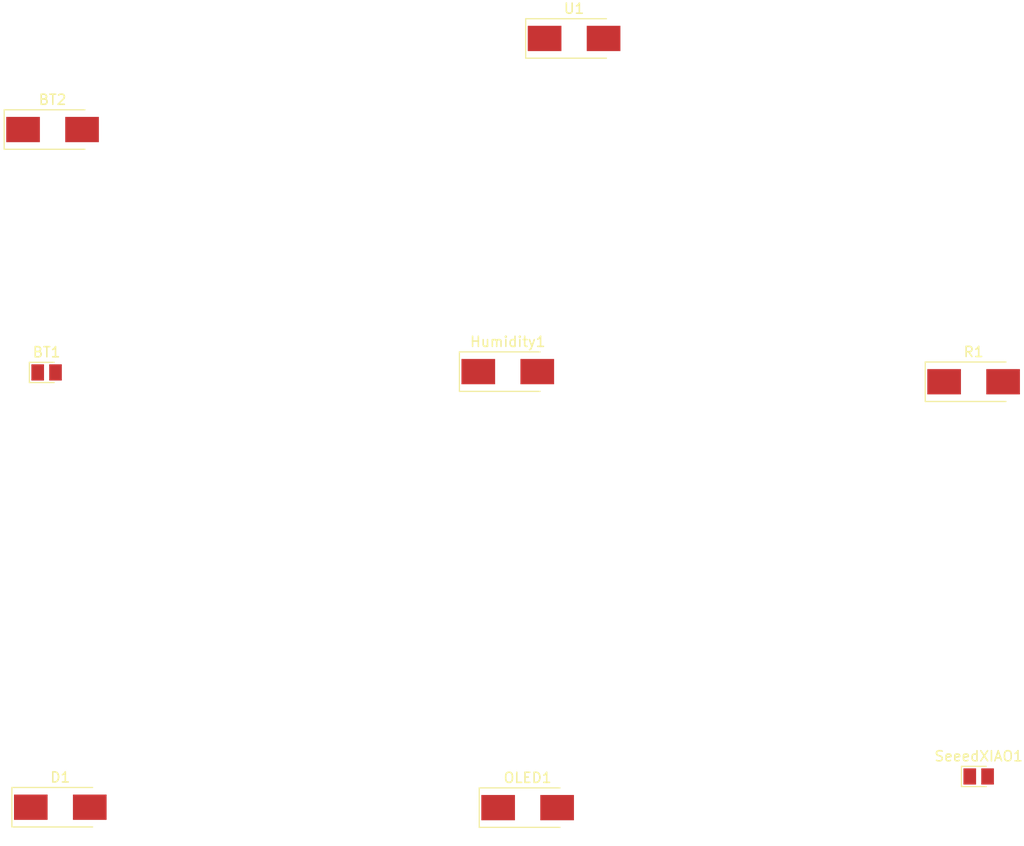
<source format=kicad_pcb>
(kicad_pcb (version 20240108) (generator "pcbnew") (generator_version "8.0")
  (layers (0 "F.Cu" signal) (31 "B.Cu" signal) (34 "B.Paste" user) (35 "F.Paste" user) (36 "B.SilkS" user "B.Silkscreen") (37 "F.SilkS" user "F.Silkscreen") (38 "B.Mask" user) (39 "F.Mask" user) (44 "Edge.Cuts" user))
  (net 0 "")
  (net 1 "Net-(BT1--)")
  (net 2 "Net-(BT1-+)")
  (net 3 "Net-(D1-A)")
  (net 4 "Net-(D1-K)")
  (net 5 "Net-(BT2--)")
  (net 6 "Net-(BT2-+)")
  (footprint "Crystal:Crystal_SMD_0603-2Pin_6.0x3.5mm_HandSoldering" (layer "F.Cu") (at 80.5875 41.5)
    (property "Reference" "BT2" (at 0 -2.95 0) (layer "F.SilkS"))
    (property "Value" "Battery_Cell")
    (fp_line (start -4.775 -1.95) (end -4.775 1.95) (stroke (width 0.12)) (layer "F.SilkS"))
    (fp_line (start -4.775 1.95) (end 3.2 1.95) (stroke (width 0.12)) (layer "F.SilkS"))
    (fp_line (start 3.2 -1.95) (end -4.775 -1.95) (stroke (width 0.12)) (layer "F.SilkS"))
    (pad "1" smd rect (at -2.9125 0) (size 3.325 2.5) (layers "F.Cu" "F.Paste" "F.Mask") (net 6 "Net-(BT2-+)"))
    (pad "2" smd rect (at 2.9125 0) (size 3.325 2.5) (layers "F.Cu" "F.Paste" "F.Mask") (net 5 "Net-(BT2--)"))
  )
  (footprint "LED_SMD:LED_Cree-XQ_HandSoldering" (layer "F.Cu") (at 172.04 105.42)
    (property "Reference" "SeeedXIAO1" (at 0 -2 0) (layer "F.SilkS"))
    (property "Value" "~")
    (fp_line (start -1.7 -1) (end -1.7 1) (stroke (width 0.12)) (layer "F.SilkS"))
    (fp_line (start 0.75 -1) (end -1.7 -1) (stroke (width 0.12)) (layer "F.SilkS"))
    (fp_line (start 0.75 1) (end -1.7 1) (stroke (width 0.12)) (layer "F.SilkS"))
    (pad "1" smd rect (at -0.88 0) (size 1.25 1.6) (layers "F.Cu" "F.Paste" "F.Mask"))
    (pad "2" smd rect (at 0.88 0) (size 1.25 1.6) (layers "F.Cu" "F.Paste" "F.Mask"))
  )
  (footprint "Crystal:Crystal_SMD_0603-2Pin_6.0x3.5mm_HandSoldering" (layer "F.Cu") (at 171.54 66.42)
    (property "Reference" "R1" (at 0 -2.95 0) (layer "F.SilkS"))
    (property "Value" "R")
    (fp_line (start -4.775 -1.95) (end -4.775 1.95) (stroke (width 0.12)) (layer "F.SilkS"))
    (fp_line (start -4.775 1.95) (end 3.2 1.95) (stroke (width 0.12)) (layer "F.SilkS"))
    (fp_line (start 3.2 -1.95) (end -4.775 -1.95) (stroke (width 0.12)) (layer "F.SilkS"))
    (pad "1" smd rect (at -2.9125 0) (size 3.325 2.5) (layers "F.Cu" "F.Paste" "F.Mask") (net 4 "Net-(D1-K)"))
    (pad "2" smd rect (at 2.9125 0) (size 3.325 2.5) (layers "F.Cu" "F.Paste" "F.Mask") (net 5 "Net-(BT2--)"))
  )
  (footprint "Crystal:Crystal_SMD_0603-2Pin_6.0x3.5mm_HandSoldering" (layer "F.Cu") (at 125.54 65.42)
    (property "Reference" "Humidity1" (at 0 -2.95 0) (layer "F.SilkS"))
    (property "Value" "~")
    (fp_line (start -4.775 -1.95) (end -4.775 1.95) (stroke (width 0.12)) (layer "F.SilkS"))
    (fp_line (start -4.775 1.95) (end 3.2 1.95) (stroke (width 0.12)) (layer "F.SilkS"))
    (fp_line (start 3.2 -1.95) (end -4.775 -1.95) (stroke (width 0.12)) (layer "F.SilkS"))
    (pad "1" smd rect (at -2.9125 0) (size 3.325 2.5) (layers "F.Cu" "F.Paste" "F.Mask"))
    (pad "2" smd rect (at 2.9125 0) (size 3.325 2.5) (layers "F.Cu" "F.Paste" "F.Mask"))
  )
  (footprint "Crystal:Crystal_SMD_0603-2Pin_6.0x3.5mm_HandSoldering" (layer "F.Cu") (at 132.0875 32.5)
    (property "Reference" "U1" (at 0 -2.95 0) (layer "F.SilkS"))
    (property "Value" "MOUDLE-SEEEDUINO-XIAO-ESP32C3")
    (fp_line (start -4.775 -1.95) (end -4.775 1.95) (stroke (width 0.12)) (layer "F.SilkS"))
    (fp_line (start -4.775 1.95) (end 3.2 1.95) (stroke (width 0.12)) (layer "F.SilkS"))
    (fp_line (start 3.2 -1.95) (end -4.775 -1.95) (stroke (width 0.12)) (layer "F.SilkS"))
    (pad "1" smd rect (at -2.9125 0) (size 3.325 2.5) (layers "F.Cu" "F.Paste" "F.Mask") (net 3 "Net-(D1-A)"))
    (pad "2" smd rect (at 2.9125 0) (size 3.325 2.5) (layers "F.Cu" "F.Paste" "F.Mask"))
  )
  (footprint "Crystal:Crystal_SMD_0603-2Pin_6.0x3.5mm_HandSoldering" (layer "F.Cu") (at 81.35 108.46)
    (property "Reference" "D1" (at 0 -2.95 0) (layer "F.SilkS"))
    (property "Value" "LED")
    (fp_line (start -4.775 -1.95) (end -4.775 1.95) (stroke (width 0.12)) (layer "F.SilkS"))
    (fp_line (start -4.775 1.95) (end 3.2 1.95) (stroke (width 0.12)) (layer "F.SilkS"))
    (fp_line (start 3.2 -1.95) (end -4.775 -1.95) (stroke (width 0.12)) (layer "F.SilkS"))
    (pad "1" smd rect (at -2.9125 0) (size 3.325 2.5) (layers "F.Cu" "F.Paste" "F.Mask") (net 4 "Net-(D1-K)"))
    (pad "2" smd rect (at 2.9125 0) (size 3.325 2.5) (layers "F.Cu" "F.Paste" "F.Mask") (net 3 "Net-(D1-A)"))
  )
  (footprint "LED_SMD:LED_Cree-XQ_HandSoldering" (layer "F.Cu") (at 80 65.5)
    (property "Reference" "BT1" (at 0 -2 0) (layer "F.SilkS"))
    (property "Value" "Battery_Cell")
    (fp_line (start -1.7 -1) (end -1.7 1) (stroke (width 0.12)) (layer "F.SilkS"))
    (fp_line (start 0.75 -1) (end -1.7 -1) (stroke (width 0.12)) (layer "F.SilkS"))
    (fp_line (start 0.75 1) (end -1.7 1) (stroke (width 0.12)) (layer "F.SilkS"))
    (pad "1" smd rect (at -0.88 0) (size 1.25 1.6) (layers "F.Cu" "F.Paste" "F.Mask") (net 2 "Net-(BT1-+)"))
    (pad "2" smd rect (at 0.88 0) (size 1.25 1.6) (layers "F.Cu" "F.Paste" "F.Mask") (net 1 "Net-(BT1--)"))
  )
  (footprint "Crystal:Crystal_SMD_0603-2Pin_6.0x3.5mm_HandSoldering" (layer "F.Cu") (at 127.5 108.5)
    (property "Reference" "OLED1" (at 0 -2.95 0) (layer "F.SilkS"))
    (property "Value" "~")
    (fp_line (start -4.775 -1.95) (end -4.775 1.95) (stroke (width 0.12)) (layer "F.SilkS"))
    (fp_line (start -4.775 1.95) (end 3.2 1.95) (stroke (width 0.12)) (layer "F.SilkS"))
    (fp_line (start 3.2 -1.95) (end -4.775 -1.95) (stroke (width 0.12)) (layer "F.SilkS"))
    (pad "1" smd rect (at -2.9125 0) (size 3.325 2.5) (layers "F.Cu" "F.Paste" "F.Mask"))
    (pad "2" smd rect (at 2.9125 0) (size 3.325 2.5) (layers "F.Cu" "F.Paste" "F.Mask"))
  )
)
</source>
